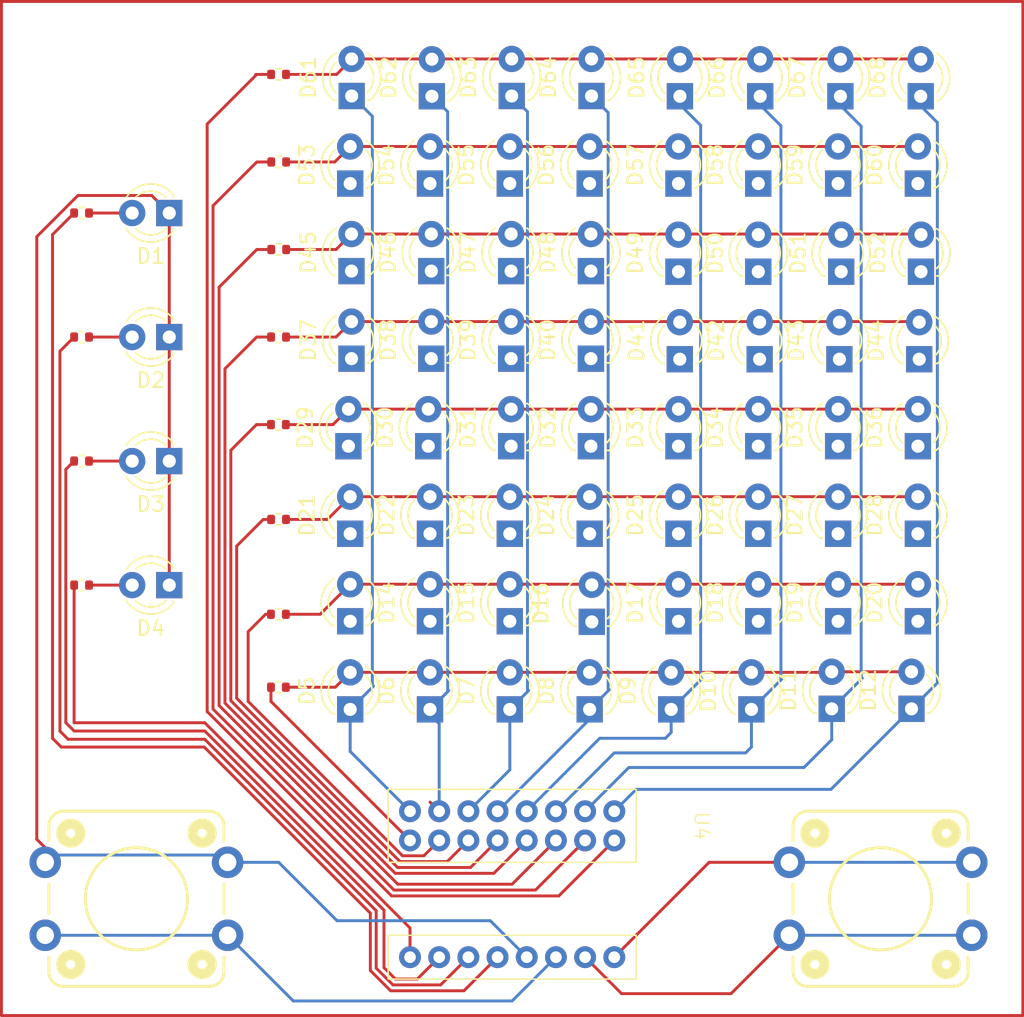
<source format=kicad_pcb>
(kicad_pcb (version 20241229) (generator "pcbnew") (generator_version "9.0")
  (layers (0 "F.Cu" signal) (2 "B.Cu" signal) (13 "F.Paste" user) (15 "B.Paste" user) (5 "F.SilkS" user "F.Silkscreen") (7 "B.SilkS" user "B.Silkscreen") (1 "F.Mask" user) (3 "B.Mask" user) (25 "Edge.Cuts" user))
  (net 0 "")
  (net 1 "Net-(D1-K)")
  (net 2 "Net-(D1-A)")
  (net 3 "Net-(D2-A)")
  (net 4 "Net-(D3-A)")
  (net 5 "Net-(D4-A)")
  (net 6 "Net-(D10-A)")
  (net 7 "Net-(D13-K)")
  (net 8 "Net-(D14-K)")
  (net 9 "Net-(D15-K)")
  (net 10 "Net-(D16-K)")
  (net 11 "Net-(D17-K)")
  (net 12 "Net-(D10-K)")
  (net 13 "Net-(D11-K)")
  (net 14 "Net-(D12-K)")
  (net 15 "Net-(D13-A)")
  (net 16 "Net-(D21-A)")
  (net 17 "Net-(D29-A)")
  (net 18 "Net-(D37-A)")
  (net 19 "Net-(D45-A)")
  (net 20 "Net-(D53-A)")
  (net 21 "Net-(D61-A)")
  (net 22 "Net-(U2-LED1)")
  (net 23 "Net-(U2-LED2)")
  (net 24 "Net-(U2-LED3)")
  (net 25 "Net-(U2-LED4)")
  (net 26 "Net-(U4-R1)")
  (net 27 "Net-(U4-R2)")
  (net 28 "Net-(U4-R3)")
  (net 29 "Net-(U4-R4)")
  (net 30 "Net-(U4-R5)")
  (net 31 "Net-(U4-R6)")
  (net 32 "Net-(U4-R7)")
  (net 33 "Net-(U4-R8)")
  (net 34 "Net-(U2-SW1)")
  (net 35 "Net-(U2-SW2)")
  (net 36 "Net-(U2-BGND)")
  (footprint "LED_THT:LED_D3.0mm_FlatTop" (layer "F.Cu") (at 68.34 81.98 90)
    (property "Reference" "D23")
    (property "Value" "LED")
  )
  (footprint "LED_THT:LED_D3.0mm_FlatTop" (layer "F.Cu") (at 90.93 70.02 90)
    (property "Reference" "D43")
    (property "Value" "LED")
  )
  (footprint "PCM_SparkFun-Switch:Push_PTH_12x12mm" (layer "F.Cu") (at 42.75 107 180)
    (property "Reference" "SW1")
    (property "Value" "PTH_12x12mm_h8.0mm")
  )
  (footprint "LED_THT:LED_D3.0mm_FlatTop" (layer "F.Cu") (at 96.31 75.98 90)
    (property "Reference" "D36")
    (property "Value" "LED")
  )
  (footprint "PCM_SparkFun-Resistor:R_0402_1005Metric" (layer "F.Cu") (at 52.48 87.5)
    (property "Reference" "R6")
    (property "Value" "1k")
  )
  (footprint "LED_THT:LED_D3.0mm_FlatTop" (layer "F.Cu") (at 90.84 75.98 90)
    (property "Reference" "D35")
    (property "Value" "LED")
  )
  (footprint "LED_THT:LED_D3.0mm_FlatTop" (layer "F.Cu") (at 68.43 63.98 90)
    (property "Reference" "D47")
    (property "Value" "LED")
  )
  (footprint "LED_THT:LED_D3.0mm_FlatTop" (layer "F.Cu") (at 57.28 75.98 90)
    (property "Reference" "D29")
    (property "Value" "LED")
  )
  (footprint "LED_THT:LED_D3.0mm_FlatTop" (layer "F.Cu") (at 68.34 57.98 90)
    (property "Reference" "D55")
    (property "Value" "LED")
  )
  (footprint "LED_THT:LED_D3.0mm_FlatTop" (layer "F.Cu") (at 79.4 94.02 90)
    (property "Reference" "D9")
    (property "Value" "LED")
  )
  (footprint "LED_THT:LED_D3.0mm_FlatTop" (layer "F.Cu") (at 96.31 57.98 90)
    (property "Reference" "D60")
    (property "Value" "LED")
  )
  (footprint "LED_THT:LED_D3.0mm" (layer "F.Cu") (at 45 60 180)
    (property "Reference" "D1")
    (property "Value" "LED")
  )
  (footprint "LED_THT:LED_D3.0mm_FlatTop" (layer "F.Cu") (at 73.9 75.98 90)
    (property "Reference" "D32")
    (property "Value" "LED")
  )
  (footprint "LED_THT:LED_D3.0mm_FlatTop" (layer "F.Cu") (at 91 52 90)
    (property "Reference" "D67")
    (property "Value" "LED")
  )
  (footprint "LED_THT:LED_D3.0mm_FlatTop" (layer "F.Cu") (at 57.5 51.98 90)
    (property "Reference" "D61")
    (property "Value" "LED")
  )
  (footprint "LED_THT:LED_D3.0mm_FlatTop" (layer "F.Cu") (at 79.9 57.98 90)
    (property "Reference" "D57")
    (property "Value" "LED")
  )
  (footprint "LED_THT:LED_D3.0mm_FlatTop" (layer "F.Cu") (at 80 52 90)
    (property "Reference" "D65")
    (property "Value" "LED")
  )
  (footprint "LED_THT:LED_D3.0mm_FlatTop" (layer "F.Cu") (at 63 52 90)
    (property "Reference" "D62")
    (property "Value" "LED")
  )
  (footprint "LED_THT:LED_D3.0mm_FlatTop" (layer "F.Cu") (at 62.87 94.02 90)
    (property "Reference" "D6")
    (property "Value" "LED")
  )
  (footprint "LED_THT:LED_D3.0mm_FlatTop" (layer "F.Cu") (at 57.49 69.98 90)
    (property "Reference" "D37")
    (property "Value" "LED")
  )
  (footprint "LED_THT:LED_D3.0mm_FlatTop" (layer "F.Cu") (at 57.4 94.02 90)
    (property "Reference" "D5")
    (property "Value" "LED")
  )
  (footprint "PCM_SparkFun-Resistor:R_0402_1005Metric" (layer "F.Cu") (at 52.48 92.5)
    (property "Reference" "R5")
    (property "Value" "1k")
  )
  (footprint "LED_THT:LED_D3.0mm_FlatTop" (layer "F.Cu") (at 62.87 57.98 90)
    (property "Reference" "D54")
    (property "Value" "LED")
  )
  (footprint "LED_THT:LED_D3.0mm_FlatTop" (layer "F.Cu") (at 85.37 87.98 90)
    (property "Reference" "D18")
    (property "Value" "LED")
  )
  (footprint "PCM_SparkFun-Resistor:R_0402_1005Metric" (layer "F.Cu") (at 52.48 74.5)
    (property "Reference" "R8")
    (property "Value" "1k")
  )
  (footprint "LED_THT:LED_D3.0mm_FlatTop" (layer "F.Cu") (at 57.49 63.98 90)
    (property "Reference" "D45")
    (property "Value" "LED")
  )
  (footprint "LED_THT:LED_D3.0mm_FlatTop" (layer "F.Cu") (at 68.34 94.02 90)
    (property "Reference" "D7")
    (property "Value" "LED")
  )
  (footprint "LED_THT:LED_D3.0mm_FlatTop" (layer "F.Cu") (at 57.4 57.98 90)
    (property "Reference" "D53")
    (property "Value" "LED")
  )
  (footprint "LED_THT:LED_D3.0mm_FlatTop" (layer "F.Cu") (at 62.96 69.98 90)
    (property "Reference" "D38")
    (property "Value" "LED")
  )
  (footprint "LED_THT:LED_D3.0mm_FlatTop" (layer "F.Cu") (at 79.99 70.02 90)
    (property "Reference" "D41")
    (property "Value" "LED")
  )
  (footprint "LED_THT:LED_D3.0mm_FlatTop" (layer "F.Cu") (at 73.9 63.98 90)
    (property "Reference" "D48")
    (property "Value" "LED")
  )
  (footprint "PCM_SparkFun-Resistor:R_0402_1005Metric" (layer "F.Cu") (at 52.49 81)
    (property "Reference" "R7")
    (property "Value" "1k")
  )
  (footprint "LED_THT:LED_D3.0mm_FlatTop" (layer "F.Cu") (at 85.37 64.02 90)
    (property "Reference" "D50")
    (property "Value" "LED")
  )
  (footprint "LED_THT:LED_D3.0mm_FlatTop" (layer "F.Cu") (at 96.31 87.98 90)
    (property "Reference" "D20")
    (property "Value" "LED")
  )
  (footprint "LED_THT:LED_D3.0mm_FlatTop" (layer "F.Cu") (at 68.34 87.98 90)
    (property "Reference" "D15")
    (property "Value" "LED")
  )
  (footprint "LED_THT:LED_D3.0mm_FlatTop" (layer "F.Cu") (at 73.81 81.98 90)
    (property "Reference" "D24")
    (property "Value" "LED")
  )
  (footprint "PCM_SparkFun-Resistor:R_0402_1005Metric" (layer "F.Cu") (at 38.99 68.5)
    (property "Reference" "R2")
    (property "Value" "1k")
  )
  (footprint "LED_THT:LED_D3.0mm_FlatTop" (layer "F.Cu") (at 95.87 93.98 90)
    (property "Reference" "D12")
    (property "Value" "LED")
  )
  (footprint "LED_THT:LED_D3.0mm_FlatTop" (layer "F.Cu") (at 96.5 52 90)
    (property "Reference" "D68")
    (property "Value" "LED")
  )
  (footprint "LED_THT:LED_D3.0mm_FlatTop" (layer "F.Cu") (at 68.47 51.98 90)
    (property "Reference" "D63")
    (property "Value" "LED")
  )
  (footprint "LED_THT:LED_D3.0mm_FlatTop" (layer "F.Cu") (at 73.81 57.98 90)
    (property "Reference" "D56")
    (property "Value" "LED")
  )
  (footprint "LED_THT:LED_D3.0mm_FlatTop" (layer "F.Cu") (at 90.84 81.98 90)
    (property "Reference" "D27")
    (property "Value" "LED")
  )
  (footprint "xmas_pcb:a_pins" (layer "F.Cu") (at 68.5 111 180)
    (property "Reference" "U2" (hide yes))
    (property "Value" "~" (hide yes))
  )
  (footprint "LED_THT:LED_D3.0mm_FlatTop" (layer "F.Cu") (at 62.87 87.98 90)
    (property "Reference" "D14")
    (property "Value" "LED")
  )
  (footprint "LED_THT:LED_D3.0mm_FlatTop" (layer "F.Cu") (at 73.81 94.02 90)
    (property "Reference" "D8")
    (property "Value" "LED")
  )
  (footprint "LED_THT:LED_D3.0mm_FlatTop" (layer "F.Cu") (at 91.05 64.02 90)
    (property "Reference" "D51")
    (property "Value" "LED")
  )
  (footprint "LED_THT:LED_D3.0mm_FlatTop" (layer "F.Cu") (at 57.4 87.98 90)
    (property "Reference" "D13" (hide yes))
    (property "Value" "LED")
  )
  (footprint "LED_THT:LED_D3.0mm_FlatTop" (layer "F.Cu") (at 79.9 64.02 90)
    (property "Reference" "D49")
    (property "Value" "LED")
  )
  (footprint "LED_THT:LED_D3.0mm_FlatTop" (layer "F.Cu") (at 90.84 87.98 90)
    (property "Reference" "D19")
    (property "Value" "LED")
  )
  (footprint "LED_THT:LED_D3.0mm_FlatTop" (layer "F.Cu") (at 79.9 87.98 90)
    (property "Reference" "D17")
    (property "Value" "LED")
  )
  (footprint "LED_THT:LED_D3.0mm_FlatTop" (layer "F.Cu") (at 62.87 81.98 90)
    (property "Reference" "D22")
    (property "Value" "LED")
  )
  (footprint "LED_THT:LED_D3.0mm_FlatTop" (layer "F.Cu") (at 90.4 93.98 90)
    (property "Reference" "D11")
    (property "Value" "LED")
  )
  (footprint "LED_THT:LED_D3.0mm" (layer "F.Cu") (at 45 77 180)
    (property "Reference" "D3")
    (property "Value" "LED")
  )
  (footprint "LED_THT:LED_D3.0mm" (layer "F.Cu") (at 45 85.5 180)
    (property "Reference" "D4")
    (property "Value" "LED")
  )
  (footprint "PCM_SparkFun-Switch:Push_PTH_12x12mm" (layer "F.Cu") (at 93.75 107)
    (property "Reference" "SW2")
    (property "Value" "PTH_12x12mm_h8.0mm")
  )
  (footprint "LED_THT:LED_D3.0mm_FlatTop" (layer "F.Cu") (at 96.4 70.02 90)
    (property "Reference" "D44")
    (property "Value" "LED")
  )
  (footprint "PCM_SparkFun-Resistor:R_0402_1005Metric" (layer "F.Cu") (at 52.49 68.5)
    (property "Reference" "R9")
    (property "Value" "1k")
  )
  (footprint "PCM_SparkFun-Resistor:R_0402_1005Metric" (layer "F.Cu") (at 52.5 56.5)
    (property "Reference" "R11")
    (property "Value" "1k")
  )
  (footprint "LED_THT:LED_D3.0mm_FlatTop" (layer "F.Cu") (at 62.75 75.98 90)
    (property "Reference" "D30")
    (property "Value" "LED")
  )
  (footprint "LED_THT:LED_D3.0mm_FlatTop" (layer "F.Cu") (at 68.43 75.98 90)
    (property "Reference" "D31")
    (property "Value" "LED")
  )
  (footprint "PCM_SparkFun-Resistor:R_0402_1005Metric" (layer "F.Cu") (at 38.99 85.5)
    (property "Reference" "R4")
    (property "Value" "1k")
  )
  (footprint "LED_THT:LED_D3.0mm_FlatTop" (layer "F.Cu") (at 73.96 88.02 90)
    (property "Reference" "D16")
    (property "Value" "LED")
  )
  (footprint "LED_THT:LED_D3.0mm_FlatTop" (layer "F.Cu") (at 85.37 81.98 90)
    (property "Reference" "D26")
    (property "Value" "LED")
  )
  (footprint "LED_THT:LED_D3.0mm_FlatTop" (layer "F.Cu") (at 85.37 75.98 90)
    (property "Reference" "D34")
    (property "Value" "LED")
  )
  (footprint "LED_THT:LED_D3.0mm_FlatTop" (layer "F.Cu") (at 79.9 75.98 90)
    (property "Reference" "D33")
    (property "Value" "LED")
  )
  (footprint "PCM_SparkFun-Resistor:R_0402_1005Metric" (layer "F.Cu") (at 52.5 62.5)
    (property "Reference" "R10")
    (property "Value" "1k")
  )
  (footprint "LED_THT:LED_D3.0mm_FlatTop" (layer "F.Cu") (at 73.94 51.98 90)
    (property "Reference" "D64")
    (property "Value" "LED")
  )
  (footprint "PCM_SparkFun-Resistor:R_0402_1005Metric" (layer "F.Cu") (at 52.49 50.5)
    (property "Reference" "R12")
    (property "Value" "1k")
  )
  (footprint "LED_THT:LED_D3.0mm_FlatTop" (layer "F.Cu") (at 73.9 69.98 90)
    (property "Reference" "D40")
    (property "Value" "LED")
  )
  (footprint "LED_THT:LED_D3.0mm" (layer "F.Cu") (at 45 68.5 180)
    (property "Reference" "D2")
    (property "Value" "LED")
  )
  (footprint "PCM_SparkFun-Resistor:R_0402_1005Metric" (layer "F.Cu") (at 38.99 60)
    (property "Reference" "R1")
    (property "Value" "1k")
  )
  (footprint "PCM_SparkFun-Resistor:R_0402_1005Metric" (layer "F.Cu") (at 38.99 77)
    (property "Reference" "R3")
    (property "Value" "1k")
  )
  (footprint "LED_THT:LED_D3.0mm_FlatTop" (layer "F.Cu") (at 62.96 63.98 90)
    (property "Reference" "D46")
    (property "Value" "LED")
  )
  (footprint "LED_THT:LED_D3.0mm_FlatTop" (layer "F.Cu") (at 68.43 69.98 90)
    (property "Reference" "D39")
    (property "Value" "LED")
  )
  (footprint "LED_THT:LED_D3.0mm_FlatTop" (layer "F.Cu") (at 96.52 64.02 90)
    (property "Reference" "D52")
    (property "Value" "LED")
  )
  (footprint "LED_THT:LED_D3.0mm_FlatTop" (layer "F.Cu") (at 85.46 70.02 90)
    (property "Reference" "D42")
    (property "Value" "LED")
  )
  (footprint "LED_THT:LED_D3.0mm_FlatTop" (layer "F.Cu") (at 79.9 81.98 90)
    (property "Reference" "D25")
    (property "Value" "LED")
  )
  (footprint "LED_THT:LED_D3.0mm_FlatTop" (layer "F.Cu") (at 85.5 52 90)
    (property "Reference" "D66")
    (property "Value" "LED")
  )
  (footprint "xmas_pcb:b_pins" (layer "F.Cu") (at 68.5 102 -90)
    (property "Reference" "U4")
    (property "Value" "~" (hide yes))
  )
  (footprint "LED_THT:LED_D3.0mm_FlatTop" (layer "F.Cu") (at 57.4 81.98 90)
    (property "Reference" "D21")
    (property "Value" "LED")
  )
  (footprint "LED_THT:LED_D3.0mm_FlatTop" (layer "F.Cu") (at 96.31 81.98 90)
    (property "Reference" "D28")
    (property "Value" "LED")
  )
  (footprint "LED_THT:LED_D3.0mm_FlatTop" (layer "F.Cu") (at 85.37 57.98 90)
    (property "Reference" "D58")
    (property "Value" "LED")
  )
  (footprint "LED_THT:LED_D3.0mm_FlatTop" (layer "F.Cu") (at 90.84 57.98 90)
    (property "Reference" "D59")
    (property "Value" "LED")
  )
  (footprint "LED_THT:LED_D3.0mm_FlatTop" (layer "F.Cu") (at 84.9 94.02 90)
    (property "Reference" "D10")
    (property "Value" "LED")
  )
  (gr_rect (start 33.5 45.5) (end 103.5 115) (stroke (width 0.2)) (fill no) (layer "F.Cu"))
  (segment (start 37 104) (end 35.9205 102.9205) (width 0.2) (layer "F.Cu") (net 1))
  (segment (start 35.9205 102.9205) (end 35.9205 61.61916) (width 0.2) (layer "F.Cu") (net 1))
  (segment (start 38.74066 58.799) (end 43.799 58.799) (width 0.2) (layer "F.Cu") (net 1))
  (segment (start 45 68.5) (end 45 77) (width 0.2) (layer "F.Cu") (net 1))
  (segment (start 45 60) (end 45 68.5) (width 0.2) (layer "F.Cu") (net 1))
  (segment (start 35.9205 61.61916) (end 38.74066 58.799) (width 0.2) (layer "F.Cu") (net 1))
  (segment (start 43.799 58.799) (end 45 60) (width 0.2) (layer "F.Cu") (net 1))
  (segment (start 45 77) (end 45 85.5) (width 0.2) (layer "F.Cu") (net 1))
  (segment (start 52.5 104.5) (end 56.5 108.5) (width 0.2) (layer "B.Cu") (net 1))
  (segment (start 49 104.5) (end 52.5 104.5) (width 0.2) (layer "B.Cu") (net 1))
  (segment (start 37 104) (end 49.5 104) (width 0.2) (layer "B.Cu") (net 1))
  (segment (start 67 108.5) (end 69.5 111) (width 0.2) (layer "B.Cu") (net 1))
  (segment (start 56.5 108.5) (end 67 108.5) (width 0.2) (layer "B.Cu") (net 1))
  (segment (start 42.46 60) (end 39.5 60) (width 0.2) (layer "F.Cu") (net 2))
  (segment (start 42.46 68.5) (end 39.5 68.5) (width 0.2) (layer "F.Cu") (net 3))
  (segment (start 39.5 77) (end 42.46 77) (width 0.2) (layer "F.Cu") (net 4))
  (segment (start 39.5 85.5) (end 42.46 85.5) (width 0.2) (layer "F.Cu") (net 5))
  (segment (start 90.06 91.44) (end 95.87 91.44) (width 0.2) (layer "F.Cu") (net 6))
  (segment (start 57.4 91.48) (end 90.02 91.48) (width 0.2) (layer "F.Cu") (net 6))
  (segment (start 56.38 92.5) (end 57.4 91.48) (width 0.2) (layer "F.Cu") (net 6))
  (segment (start 52.99 92.5) (end 56.38 92.5) (width 0.2) (layer "F.Cu") (net 6))
  (segment (start 90.02 91.48) (end 90.06 91.44) (width 0.2) (layer "F.Cu") (net 6))
  (segment (start 57.53 51.98) (end 58.92 53.37) (width 0.2) (layer "B.Cu") (net 7))
  (segment (start 58.92 53.37) (end 58.92 92.42) (width 0.2) (layer "B.Cu") (net 7))
  (segment (start 57.4 94.02) (end 57.4 96.9) (width 0.2) (layer "B.Cu") (net 7))
  (segment (start 59 92.42) (end 57.4 94.02) (width 0.2) (layer "B.Cu") (net 7))
  (segment (start 57.4 96.9) (end 61.5 101) (width 0.2) (layer "B.Cu") (net 7))
  (segment (start 62.87 100.37) (end 63.5 101) (width 0.2) (layer "F.Cu") (net 8))
  (segment (start 63 51.98) (end 64.081 53.061) (width 0.2) (layer "B.Cu") (net 8))
  (segment (start 62.87 94.02) (end 62.87 94.37) (width 0.2) (layer "B.Cu") (net 8))
  (segment (start 62.87 94.37) (end 63.5 95) (width 0.2) (layer "B.Cu") (net 8))
  (segment (start 64.161 92.729) (end 62.87 94.02) (width 0.2) (layer "B.Cu") (net 8))
  (segment (start 63.5 95) (end 63.5 101) (width 0.2) (layer "B.Cu") (net 8))
  (segment (start 64.081 53.061) (end 64.081 92.729) (width 0.2) (layer "B.Cu") (net 8))
  (segment (start 68.34 98.16) (end 65.5 101) (width 0.2) (layer "B.Cu") (net 9))
  (segment (start 69.631 92.729) (end 68.34 94.02) (width 0.2) (layer "B.Cu") (net 9))
  (segment (start 68.34 94.02) (end 68.34 98.16) (width 0.2) (layer "B.Cu") (net 9))
  (segment (start 68.47 51.98) (end 69.551 53.061) (width 0.2) (layer "B.Cu") (net 9))
  (segment (start 69.551 53.061) (end 69.551 92.729) (width 0.2) (layer "B.Cu") (net 9))
  (segment (start 73.81 94.69) (end 73.81 94.02) (width 0.2) (layer "F.Cu") (net 10))
  (segment (start 75.081 53.121) (end 75.081 92.669) (width 0.2) (layer "B.Cu") (net 10))
  (segment (start 75.161 92.669) (end 73.81 94.02) (width 0.2) (layer "B.Cu") (net 10))
  (segment (start 73.81 94.02) (end 73.81 94.69) (width 0.2) (layer "B.Cu") (net 10))
  (segment (start 73.81 94.69) (end 67.5 101) (width 0.2) (layer "B.Cu") (net 10))
  (segment (start 73.94 51.98) (end 75.081 53.121) (width 0.2) (layer "B.Cu") (net 10))
  (segment (start 79.41 51.98) (end 81.42 53.99) (width 0.2) (layer "B.Cu") (net 11))
  (segment (start 79 96) (end 79.4 95.6) (width 0.2) (layer "B.Cu") (net 11))
  (segment (start 81.42 53.99) (end 81.42 91.92) (width 0.2) (layer "B.Cu") (net 11))
  (segment (start 81.5 91.92) (end 79.4 94.02) (width 0.2) (layer "B.Cu") (net 11))
  (segment (start 79.4 95.6) (end 79.4 94.02) (width 0.2) (layer "B.Cu") (net 11))
  (segment (start 74.5 96) (end 79 96) (width 0.2) (layer "B.Cu") (net 11))
  (segment (start 69.5 101) (end 74.5 96) (width 0.2) (layer "B.Cu") (net 11))
  (segment (start 84.88 51.98) (end 86.92 54.02) (width 0.2) (layer "B.Cu") (net 12))
  (segment (start 84.9 96.6) (end 84.9 94.02) (width 0.2) (layer "B.Cu") (net 12))
  (segment (start 87 91.92) (end 84.9 94.02) (width 0.2) (layer "B.Cu") (net 12))
  (segment (start 86.92 54.02) (end 86.92 91.92) (width 0.2) (layer "B.Cu") (net 12))
  (segment (start 75.5 97) (end 84.5 97) (width 0.2) (layer "B.Cu") (net 12))
  (segment (start 84.5 97) (end 84.9 96.6) (width 0.2) (layer "B.Cu") (net 12))
  (segment (start 71.5 101) (end 75.5 97) (width 0.2) (layer "B.Cu") (net 12))
  (segment (start 92.5 91.88) (end 90.4 93.98) (width 0.2) (layer "B.Cu") (net 13))
  (segment (start 92.42 54.05) (end 92.42 91.88) (width 0.2) (layer "B.Cu") (net 13))
  (segment (start 90.35 51.98) (end 92.42 54.05) (width 0.2) (layer "B.Cu") (net 13))
  (segment (start 90.4 96.1) (end 90.4 93.98) (width 0.2) (layer "B.Cu") (net 13))
  (segment (start 88.5 98) (end 90.4 96.1) (width 0.2) (layer "B.Cu") (net 13))
  (segment (start 73.5 101) (end 76.5 98) (width 0.2) (layer "B.Cu") (net 13))
  (segment (start 76.5 98) (end 88.5 98) (width 0.2) (layer "B.Cu") (net 13))
  (segment (start 95.82 51.98) (end 97.641 53.801) (width 0.2) (layer "B.Cu") (net 14))
  (segment (start 90.35 99.5) (end 95.87 93.98) (width 0.2) (layer "B.Cu") (net 14))
  (segment (start 77 99.5) (end 90.35 99.5) (width 0.2) (layer "B.Cu") (net 14))
  (segment (start 75.5 101) (end 77 99.5) (width 0.2) (layer "B.Cu") (net 14))
  (segment (start 97.721 92.129) (end 95.87 93.98) (width 0.2) (layer "B.Cu") (net 14))
  (segment (start 97.641 53.801) (end 97.641 92.129) (width 0.2) (layer "B.Cu") (net 14))
  (segment (start 55.34 87.5) (end 57.4 85.44) (width 0.2) (layer "F.Cu") (net 15))
  (segment (start 52.99 87.5) (end 55.34 87.5) (width 0.2) (layer "F.Cu") (net 15))
  (segment (start 57.4 85.44) (end 96.31 85.44) (width 0.2) (layer "F.Cu") (net 15))
  (segment (start 57.4 79.44) (end 96.31 79.44) (width 0.2) (layer "F.Cu") (net 16))
  (segment (start 55.84 81) (end 57.4 79.44) (width 0.2) (layer "F.Cu") (net 16))
  (segment (start 53 81) (end 55.84 81) (width 0.2) (layer "F.Cu") (net 16))
  (segment (start 52.99 74.5) (end 56.22 74.5) (width 0.2) (layer "F.Cu") (net 17))
  (segment (start 57.28 73.44) (end 96.31 73.44) (width 0.2) (layer "F.Cu") (net 17))
  (segment (start 56.22 74.5) (end 57.28 73.44) (width 0.2) (layer "F.Cu") (net 17))
  (segment (start 96.36 67.44) (end 96.4 67.48) (width 0.2) (layer "F.Cu") (net 18))
  (segment (start 53 68.5) (end 56.43 68.5) (width 0.2) (layer "F.Cu") (net 18))
  (segment (start 56.43 68.5) (end 57.49 67.44) (width 0.2) (layer "F.Cu") (net 18))
  (segment (start 57.49 67.44) (end 96.36 67.44) (width 0.2) (layer "F.Cu") (net 18))
  (segment (start 96.48 61.44) (end 96.52 61.48) (width 0.2) (layer "F.Cu") (net 19))
  (segment (start 56.43 62.5) (end 57.49 61.44) (width 0.2) (layer "F.Cu") (net 19))
  (segment (start 53.01 62.5) (end 56.43 62.5) (width 0.2) (layer "F.Cu") (net 19))
  (segment (start 57.49 61.44) (end 96.48 61.44) (width 0.2) (layer "F.Cu") (net 19))
  (segment (start 53.01 56.5) (end 56.34 56.5) (width 0.2) (layer "F.Cu") (net 20))
  (segment (start 56.34 56.5) (end 57.4 55.44) (width 0.2) (layer "F.Cu") (net 20))
  (segment (start 57.4 55.44) (end 96.31 55.44) (width 0.2) (layer "F.Cu") (net 20))
  (segment (start 57.53 49.44) (end 95.82 49.44) (width 0.2) (layer "F.Cu") (net 21))
  (segment (start 56.47 50.5) (end 57.53 49.44) (width 0.2) (layer "F.Cu") (net 21))
  (segment (start 56.47 50.5) (end 52.92 50.5) (width 0.2) (layer "F.Cu") (net 21))
  (segment (start 37 61.48) (end 37 96) (width 0.2) (layer "F.Cu") (net 22))
  (segment (start 58.7819 111.9161) (end 60.1678 113.302) (width 0.2) (layer "F.Cu") (net 22))
  (segment (start 37 96) (end 37.60065 96.60065) (width 0.2) (layer "F.Cu") (net 22))
  (segment (start 38.48 60) (end 37 61.48) (width 0.2) (layer "F.Cu") (net 22))
  (segment (start 47.39935 96.60065) (end 58.7819 107.9832) (width 0.2) (layer "F.Cu") (net 22))
  (segment (start 60.1678 113.302) (end 65.198 113.302) (width 0.2) (layer "F.Cu") (net 22))
  (segment (start 37.60065 96.60065) (end 47.39935 96.60065) (width 0.2) (layer "F.Cu") (net 22))
  (segment (start 58.7819 107.9832) (end 58.7819 111.9161) (width 0.2) (layer "F.Cu") (net 22))
  (segment (start 65.198 113.302) (end 67.5 111) (width 0.2) (layer "F.Cu") (net 22))
  (segment (start 59.1829 107.8171) (end 59.1829 111.75) (width 0.2) (layer "F.Cu") (net 23))
  (segment (start 37.508 95.492) (end 37.5 95.5) (width 0.2) (layer "F.Cu") (net 23))
  (segment (start 47.4329 96.0671) (end 59.1829 107.8171) (width 0.2) (layer "F.Cu") (net 23))
  (segment (start 60.3339 112.901) (end 63.599 112.901) (width 0.2) (layer "F.Cu") (net 23))
  (segment (start 37.508 69.472) (end 37.508 95.492) (width 0.2) (layer "F.Cu") (net 23))
  (segment (start 59.1829 111.75) (end 60.3339 112.901) (width 0.2) (layer "F.Cu") (net 23))
  (segment (start 38.0671 96.0671) (end 47.4329 96.0671) (width 0.2) (layer "F.Cu") (net 23))
  (segment (start 63.599 112.901) (end 65.5 111) (width 0.2) (layer "F.Cu") (net 23))
  (segment (start 38.48 68.5) (end 37.508 69.472) (width 0.2) (layer "F.Cu") (net 23))
  (segment (start 37.5 95.5) (end 38.0671 96.0671) (width 0.2) (layer "F.Cu") (net 23))
  (segment (start 47.4329 95.5) (end 59.71645 107.78355) (width 0.2) (layer "F.Cu") (net 24))
  (segment (start 59.71645 111.71645) (end 60.5 112.5) (width 0.2) (layer "F.Cu") (net 24))
  (segment (start 37.909 94.928422) (end 38.480578 95.5) (width 0.2) (layer "F.Cu") (net 24))
  (segment (start 38.480578 95.5) (end 47.4329 95.5) (width 0.2) (layer "F.Cu") (net 24))
  (segment (start 38.48 77) (end 37.909 77.571) (width 0.2) (layer "F.Cu") (net 24))
  (segment (start 37.909 77.571) (end 37.909 94.928422) (width 0.2) (layer "F.Cu") (net 24))
  (segment (start 62 112.5) (end 63.5 111) (width 0.2) (layer "F.Cu") (net 24))
  (segment (start 60.5 112.5) (end 62 112.5) (width 0.2) (layer "F.Cu") (net 24))
  (segment (start 59.71645 107.78355) (end 59.71645 111.71645) (width 0.2) (layer "F.Cu") (net 24))
  (segment (start 38.48 85.5) (end 38.48 94.932322) (width 0.2) (layer "F.Cu") (net 25))
  (segment (start 47.432322 94.932322) (end 61.5 109) (width 0.2) (layer "F.Cu") (net 25))
  (segment (start 61.5 109) (end 61.5 111) (width 0.2) (layer "F.Cu") (net 25))
  (segment (start 38.48 94.932322) (end 47.432322 94.932322) (width 0.2) (layer "F.Cu") (net 25))
  (segment (start 52 93.5) (end 61.5 103) (width 0.2) (layer "F.Cu") (net 26))
  (segment (start 51.97 92.5) (end 51.97 93.48) (width 0.2) (layer "F.Cu") (net 26))
  (segment (start 51.97 93.48) (end 51.99 93.5) (width 0.2) (layer "F.Cu") (net 26))
  (segment (start 62.449 104.051) (end 60.9839 104.051) (width 0.2) (layer "F.Cu") (net 27))
  (segment (start 63.5 103) (end 62.449 104.051) (width 0.2) (layer "F.Cu") (net 27))
  (segment (start 60.9839 104.051) (end 50.409 93.4761) (width 0.2) (layer "F.Cu") (net 27))
  (segment (start 50.409 88.69) (end 51.599 87.5) (width 0.2) (layer "F.Cu") (net 27))
  (segment (start 50.409 93.4761) (end 50.409 88.69) (width 0.2) (layer "F.Cu") (net 27))
  (segment (start 51.97 87.5) (end 51.599 87.5) (width 0.2) (layer "F.Cu") (net 27))
  (segment (start 60.8178 104.452) (end 49.6195 93.2537) (width 0.2) (layer "F.Cu") (net 28))
  (segment (start 49.6195 82.8234) (end 51.4429 81) (width 0.2) (layer "F.Cu") (net 28))
  (segment (start 65.5 103) (end 64.048 104.452) (width 0.2) (layer "F.Cu") (net 28))
  (segment (start 49.6195 93.2537) (end 49.6195 82.8234) (width 0.2) (layer "F.Cu") (net 28))
  (segment (start 51.4429 81) (end 51.98 81) (width 0.2) (layer "F.Cu") (net 28))
  (segment (start 64.048 104.452) (end 60.8178 104.452) (width 0.2) (layer "F.Cu") (net 28))
  (segment (start 50.98 74.5) (end 49.2185 76.2615) (width 0.2) (layer "F.Cu") (net 29))
  (segment (start 49.2185 93.4198) (end 60.6517 104.853) (width 0.2) (layer "F.Cu") (net 29))
  (segment (start 65.647 104.853) (end 67.5 103) (width 0.2) (layer "F.Cu") (net 29))
  (segment (start 49.2185 76.2615) (end 49.2185 93.4198) (width 0.2) (layer "F.Cu") (net 29))
  (segment (start 50.98 74.5) (end 51.97 74.5) (width 0.2) (layer "F.Cu") (net 29))
  (segment (start 60.6517 104.853) (end 65.647 104.853) (width 0.2) (layer "F.Cu") (net 29))
  (segment (start 48.8175 93.5859) (end 48.8175 70.6725) (width 0.2) (layer "F.Cu") (net 30))
  (segment (start 60.4856 105.254) (end 48.8175 93.5859) (width 0.2) (layer "F.Cu") (net 30))
  (segment (start 69.5 103) (end 67.246 105.254) (width 0.2) (layer "F.Cu") (net 30))
  (segment (start 67.246 105.254) (end 60.4856 105.254) (width 0.2) (layer "F.Cu") (net 30))
  (segment (start 50.99 68.5) (end 51.98 68.5) (width 0.2) (layer "F.Cu") (net 30))
  (segment (start 48.8175 70.6725) (end 50.99 68.5) (width 0.2) (layer "F.Cu") (net 30))
  (segment (start 48.4165 65.0835) (end 51 62.5) (width 0.2) (layer "F.Cu") (net 31))
  (segment (start 60.6645 106) (end 48.4165 93.752) (width 0.2) (layer "F.Cu") (net 31))
  (segment (start 68.5 106) (end 60.6645 106) (width 0.2) (layer "F.Cu") (net 31))
  (segment (start 51 62.5) (end 51.99 62.5) (width 0.2) (layer "F.Cu") (net 31))
  (segment (start 71.5 103) (end 68.5 106) (width 0.2) (layer "F.Cu") (net 31))
  (segment (start 48.4165 93.752) (end 48.4165 65.0835) (width 0.2) (layer "F.Cu") (net 31))
  (segment (start 48 59.5) (end 48 94) (width 0.2) (layer "F.Cu") (net 32))
  (segment (start 70.099 106.401) (end 73.5 103) (width 0.2) (layer "F.Cu") (net 32))
  (segment (start 51 56.5) (end 48 59.5) (width 0.2) (layer "F.Cu") (net 32))
  (segment (start 60.401 106.401) (end 70.099 106.401) (width 0.2) (layer "F.Cu") (net 32))
  (segment (start 48 94) (end 60.401 106.401) (width 0.2) (layer "F.Cu") (net 32))
  (segment (start 51 56.5) (end 51.99 56.5) (width 0.2) (layer "F.Cu") (net 32))
  (segment (start 47.599 53.901) (end 51 50.5) (width 0.2) (layer "F.Cu") (net 33))
  (segment (start 47.599 94.1661) (end 47.599 53.901) (width 0.2) (layer "F.Cu") (net 33))
  (segment (start 75.5 103) (end 71.698 106.802) (width 0.2) (layer "F.Cu") (net 33))
  (segment (start 60.2349 106.802) (end 47.599 94.1661) (width 0.2) (layer "F.Cu") (net 33))
  (segment (start 50.92 50.5) (end 51.9 50.5) (width 0.2) (layer "F.Cu") (net 33))
  (segment (start 71.698 106.802) (end 60.2349 106.802) (width 0.2) (layer "F.Cu") (net 33))
  (segment (start 68.5 114) (end 71.5 111) (width 0.2) (layer "B.Cu") (net 34))
  (segment (start 36.5 109.5) (end 49 109.5) (width 0.2) (layer "B.Cu") (net 34))
  (segment (start 53.5 114) (end 68.5 114) (width 0.2) (layer "B.Cu") (net 34))
  (segment (start 49 109.5) (end 53.5 114) (width 0.2) (layer "B.Cu") (net 34))
  (segment (start 82 104.5) (end 87.5 104.5) (width 0.2) (layer "F.Cu") (net 35))
  (segment (start 75.5 111) (end 82 104.5) (width 0.2) (layer "F.Cu") (net 35))
  (segment (start 87.5 104.5) (end 100 104.5) (width 0.2) (layer "B.Cu") (net 35))
  (segment (start 73.5 111) (end 76 113.5) (width 0.2) (layer "F.Cu") (net 36))
  (segment (start 83.5 113.5) (end 87.5 109.5) (width 0.2) (layer "F.Cu") (net 36))
  (segment (start 76 113.5) (end 83.5 113.5) (width 0.2) (layer "F.Cu") (net 36))
  (segment (start 87.5 109.5) (end 100 109.5) (width 0.2) (layer "B.Cu") (net 36))
)
</source>
